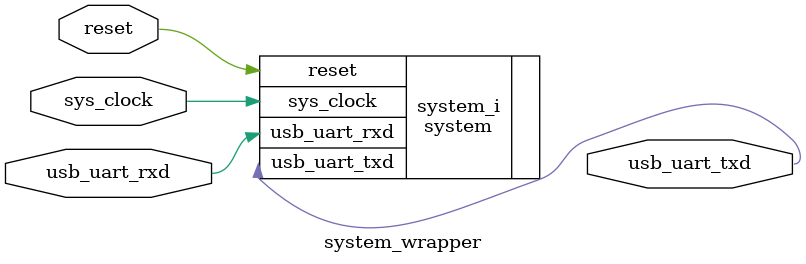
<source format=v>
`timescale 1 ps / 1 ps

module system_wrapper
   (reset,
    sys_clock,
    usb_uart_rxd,
    usb_uart_txd);
  input reset;
  input sys_clock;
  input usb_uart_rxd;
  output usb_uart_txd;

  wire reset;
  wire sys_clock;
  wire usb_uart_rxd;
  wire usb_uart_txd;

  system system_i
       (.reset(reset),
        .sys_clock(sys_clock),
        .usb_uart_rxd(usb_uart_rxd),
        .usb_uart_txd(usb_uart_txd));
endmodule

</source>
